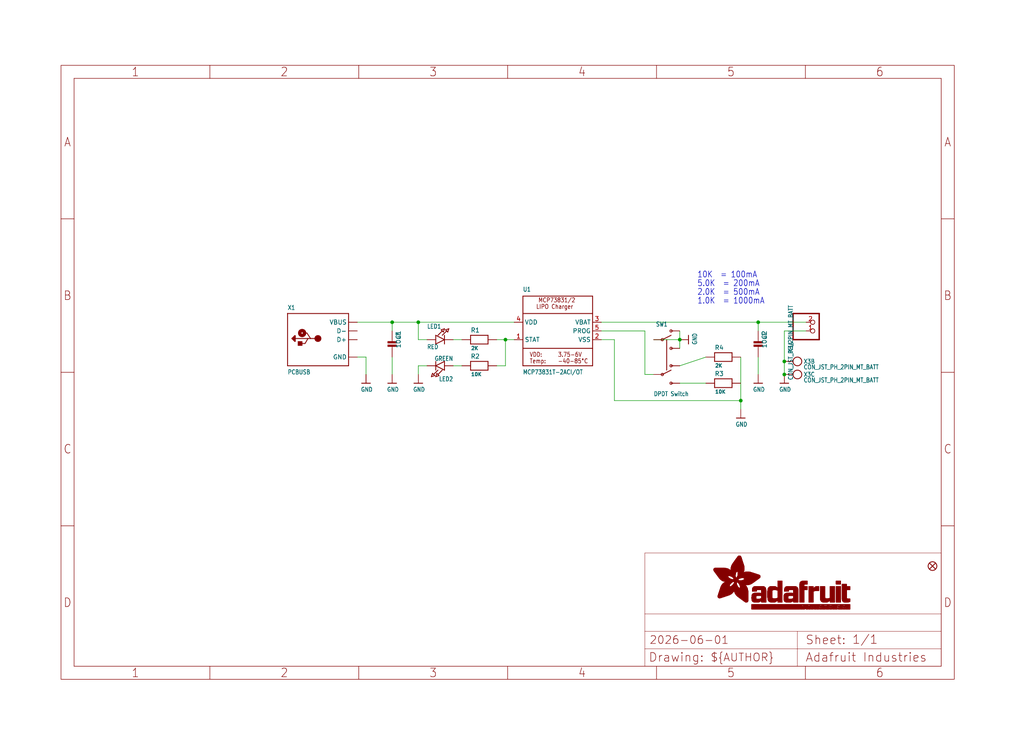
<source format=kicad_sch>
(kicad_sch (version 20230121) (generator eeschema)
  (paper "User" 298.45 217.322)
  (lib_symbols
    (symbol "working-eagle-import:CAP_CERAMIC0805-NOOUTLINE"
      (property "Reference" "C" (at -2.29 1.25 90))
      (symbol "CAP_CERAMIC0805-NOOUTLINE_1_0"
        (pin passive line (at 0 5.08 270) (length 2.54) (name "1") (number "1"))
        (pin passive line (at 0 -2.54 90) (length 2.54) (name "2") (number "2"))
      )
    )
    (symbol "working-eagle-import:CON_JST_PH_2PIN_MT_BATT"
      (property "Reference" "X" (at 0 5.588 90))
      (symbol "CON_JST_PH_2PIN_MT_BATT_1_0"
        (pin passive inverted (at -2.54 2.54 0) (length 2.54) (name "1") (number "1"))
        (pin passive inverted (at -2.54 0 0) (length 2.54) (name "2") (number "2"))
      )
      (symbol "CON_JST_PH_2PIN_MT_BATT_2_0"
        (pin bidirectional line (at 0 0 90) (length 2.54) (name "P$1") (number "NC2"))
      )
      (symbol "CON_JST_PH_2PIN_MT_BATT_3_0"
        (pin bidirectional line (at 0 0 90) (length 2.54) (name "P$1") (number "NC1"))
      )
    )
    (symbol "working-eagle-import:FIDUCIAL_1MM")
    (symbol "working-eagle-import:FRAME_A4_ADAFRUIT"
      (symbol "FRAME_A4_ADAFRUIT_1_0"
        (text "${#}/${##}" (at 230.505 10.16 0) (effects (font (size 2.54 2.54)) (justify left bottom)))
        (text "${AUTHOR}" (at 189.23 5.08 0) (effects (font (size 2.286 2.286)) (justify left bottom)))
        (text "${CURRENT_DATE}" (at 171.45 10.16 0) (effects (font (size 2.286 2.286)) (justify left bottom)))
        (text "${PROJECTNAME}" (at 171.45 15.24 0) (effects (font (size 2.54 2.54)) (justify left bottom)))
        (text "1" (at 21.6958 1.905 0) (effects (font (size 2.54 2.286))))
        (text "1" (at 21.6958 177.165 0) (effects (font (size 2.54 2.286))))
        (text "2" (at 65.0875 1.905 0) (effects (font (size 2.54 2.286))))
        (text "2" (at 65.0875 177.165 0) (effects (font (size 2.54 2.286))))
        (text "3" (at 108.4792 1.905 0) (effects (font (size 2.54 2.286))))
        (text "3" (at 108.4792 177.165 0) (effects (font (size 2.54 2.286))))
        (text "4" (at 151.8708 1.905 0) (effects (font (size 2.54 2.286))))
        (text "4" (at 151.8708 177.165 0) (effects (font (size 2.54 2.286))))
        (text "5" (at 195.2625 1.905 0) (effects (font (size 2.54 2.286))))
        (text "5" (at 195.2625 177.165 0) (effects (font (size 2.54 2.286))))
        (text "6" (at 238.6542 1.905 0) (effects (font (size 2.54 2.286))))
        (text "6" (at 238.6542 177.165 0) (effects (font (size 2.54 2.286))))
        (text "A" (at 1.905 156.6863 0) (effects (font (size 2.54 2.286))))
        (text "A" (at 258.445 156.6863 0) (effects (font (size 2.54 2.286))))
        (text "Adafruit Industries" (at 216.916 4.953 0) (effects (font (size 2.54 2.54)) (justify left bottom)))
        (text "B" (at 1.905 111.9188 0) (effects (font (size 2.54 2.286))))
        (text "B" (at 258.445 111.9188 0) (effects (font (size 2.54 2.286))))
        (text "C" (at 1.905 67.1513 0) (effects (font (size 2.54 2.286))))
        (text "C" (at 258.445 67.1513 0) (effects (font (size 2.54 2.286))))
        (text "D" (at 1.905 22.3838 0) (effects (font (size 2.54 2.286))))
        (text "D" (at 258.445 22.3838 0) (effects (font (size 2.54 2.286))))
        (text "Drawing:" (at 171.196 4.953 0) (effects (font (size 2.54 2.54)) (justify left bottom)))
        (text "Sheet:" (at 216.916 10.033 0) (effects (font (size 2.54 2.54)) (justify left bottom)))
      )
    )
    (symbol "working-eagle-import:GND" (power)
      (property "Value" "GND" (at -1.524 -2.54 0))
      (symbol "GND_1_0"
        (pin power_in line (at 0 2.54 270) (length 2.54) (name "GND") (number "1"))
      )
    )
    (symbol "working-eagle-import:LED0603_NOOUTLINE"
      (property "Reference" "D" (at -1.27 4.445 0))
      (symbol "LED0603_NOOUTLINE_1_0"
        (pin passive line (at -5.08 0 0) (length 2.54) (name "A") (number "A"))
        (pin passive line (at 2.54 0 180) (length 2.54) (name "C") (number "C"))
      )
    )
    (symbol "working-eagle-import:MCP73831/2"
      (property "Reference" "U" (at -10.16 11.43 0))
      (symbol "MCP73831/2_1_0"
        (text "-40-85°C" (at 0 -9.525 0) (effects (font (size 1.27 1.0795)) (justify left bottom)))
        (text "3.75-6V" (at 0 -7.62 0) (effects (font (size 1.27 1.0795)) (justify left bottom)))
        (text "LIPO Charger" (at -6.35 6.35 0) (effects (font (size 1.27 1.0795)) (justify left bottom)))
        (text "MCP73831/2" (at -5.715 8.255 0) (effects (font (size 1.27 1.0795)) (justify left bottom)))
        (text "Temp:" (at -8.255 -9.525 0) (effects (font (size 1.27 1.0795)) (justify left bottom)))
        (text "VDD:" (at -8.255 -7.62 0) (effects (font (size 1.27 1.0795)) (justify left bottom)))
        (pin output line (at -12.7 -2.54 0) (length 2.54) (name "STAT") (number "1"))
        (pin power_in line (at 12.7 -2.54 180) (length 2.54) (name "VSS") (number "2"))
        (pin power_in line (at 12.7 2.54 180) (length 2.54) (name "VBAT") (number "3"))
        (pin power_in line (at -12.7 2.54 0) (length 2.54) (name "VDD") (number "4"))
        (pin input line (at 12.7 0 180) (length 2.54) (name "PROG") (number "5"))
      )
    )
    (symbol "working-eagle-import:RESISTOR_0603_NOOUT"
      (property "Reference" "R" (at 0 2.54 0))
      (symbol "RESISTOR_0603_NOOUT_1_0"
        (pin passive line (at -5.08 0 0) (length 2.54) (name "1") (number "1"))
        (pin passive line (at 5.08 0 180) (length 2.54) (name "2") (number "2"))
      )
    )
    (symbol "working-eagle-import:SWITCH_DPDTEG1390"
      (property "Reference" "SW" (at -4.445 8.89 0))
      (symbol "SWITCH_DPDTEG1390_1_0"
        (pin passive line (at 2.54 7.62 180) (length 2.54) (name "O1") (number "O1"))
        (pin passive line (at 2.54 -2.54 180) (length 2.54) (name "O2") (number "O2"))
        (pin passive line (at -5.08 5.08 0) (length 2.54) (name "P1") (number "P1"))
        (pin passive line (at -5.08 -5.08 0) (length 2.54) (name "P2") (number "P2"))
        (pin passive line (at 2.54 2.54 180) (length 2.54) (name "S1") (number "S1"))
        (pin passive line (at 2.54 -7.62 180) (length 2.54) (name "S2") (number "S2"))
      )
    )
    (symbol "working-eagle-import:USB_TYPEAPCB"
      (property "Reference" "X" (at -10.16 8.636 0))
      (symbol "USB_TYPEAPCB_1_0"
        (pin power_in line (at 10.16 -5.08 180) (length 2.54) (name "GND") (number "GND"))
        (pin bidirectional line (at 10.16 2.54 180) (length 2.54) (name "D-") (number "USB_NEG"))
        (pin bidirectional line (at 10.16 0 180) (length 2.54) (name "D+") (number "USB_PLUS"))
        (pin power_in line (at 10.16 5.08 180) (length 2.54) (name "VBUS") (number "VCC"))
      )
    )
  )
  (junction (at 215.9 116.84))
  (junction (at 220.98 93.98))
  (junction (at 121.92 93.98))
  (junction (at 147.32 99.06))
  (junction (at 228.6 109.22))
  (junction (at 228.6 105.41))
  (junction (at 114.3 93.98))
  (junction (at 198.12 99.06))
  (wire (pts (xy 114.3 96.52) (xy 114.3 93.98)) (stroke (width 0.1524)))
  (wire (pts (xy 220.98 104.14) (xy 220.98 109.22)) (stroke (width 0.1524)))
  (wire (pts (xy 114.3 104.14) (xy 114.3 109.22)) (stroke (width 0.1524)))
  (wire (pts (xy 124.46 106.68) (xy 121.92 106.68)) (stroke (width 0.1524)))
  (wire (pts (xy 114.3 93.98) (xy 121.92 93.98)) (stroke (width 0.1524)))
  (wire (pts (xy 187.96 109.22) (xy 187.96 96.52)) (stroke (width 0.1524)))
  (wire (pts (xy 104.14 93.98) (xy 114.3 93.98)) (stroke (width 0.1524)))
  (wire (pts (xy 220.98 96.52) (xy 220.98 93.98)) (stroke (width 0.1524)))
  (wire (pts (xy 144.78 106.68) (xy 147.32 106.68)) (stroke (width 0.1524)))
  (wire (pts (xy 121.92 99.06) (xy 121.92 93.98)) (stroke (width 0.1524)))
  (wire (pts (xy 228.6 96.52) (xy 228.6 105.41)) (stroke (width 0.1524)))
  (wire (pts (xy 106.68 104.14) (xy 106.68 109.22)) (stroke (width 0.1524)))
  (wire (pts (xy 234.95 93.98) (xy 220.98 93.98)) (stroke (width 0.1524)))
  (wire (pts (xy 215.9 116.84) (xy 215.9 119.38)) (stroke (width 0.1524)))
  (wire (pts (xy 190.5 99.06) (xy 198.12 99.06)) (stroke (width 0.1524)))
  (wire (pts (xy 198.12 99.06) (xy 198.12 101.6)) (stroke (width 0.1524)))
  (wire (pts (xy 147.32 99.06) (xy 149.86 99.06)) (stroke (width 0.1524)))
  (wire (pts (xy 220.98 93.98) (xy 175.26 93.98)) (stroke (width 0.1524)))
  (wire (pts (xy 215.9 104.14) (xy 215.9 116.84)) (stroke (width 0.1524)))
  (wire (pts (xy 198.12 111.76) (xy 205.74 111.76)) (stroke (width 0.1524)))
  (wire (pts (xy 132.08 99.06) (xy 134.62 99.06)) (stroke (width 0.1524)))
  (wire (pts (xy 198.12 106.68) (xy 205.74 104.14)) (stroke (width 0.1524)))
  (wire (pts (xy 124.46 99.06) (xy 121.92 99.06)) (stroke (width 0.1524)))
  (wire (pts (xy 121.92 93.98) (xy 149.86 93.98)) (stroke (width 0.1524)))
  (wire (pts (xy 144.78 99.06) (xy 147.32 99.06)) (stroke (width 0.1524)))
  (wire (pts (xy 190.5 109.22) (xy 187.96 109.22)) (stroke (width 0.1524)))
  (wire (pts (xy 198.12 99.06) (xy 198.12 96.52)) (stroke (width 0.1524)))
  (wire (pts (xy 147.32 106.68) (xy 147.32 99.06)) (stroke (width 0.1524)))
  (wire (pts (xy 175.26 99.06) (xy 179.07 99.06)) (stroke (width 0.1524)))
  (wire (pts (xy 179.07 116.84) (xy 215.9 116.84)) (stroke (width 0.1524)))
  (wire (pts (xy 104.14 104.14) (xy 106.68 104.14)) (stroke (width 0.1524)))
  (wire (pts (xy 134.62 106.68) (xy 132.08 106.68)) (stroke (width 0.1524)))
  (wire (pts (xy 121.92 106.68) (xy 121.92 109.22)) (stroke (width 0.1524)))
  (wire (pts (xy 175.26 96.52) (xy 187.96 96.52)) (stroke (width 0.1524)))
  (wire (pts (xy 179.07 99.06) (xy 179.07 116.84)) (stroke (width 0.1524)))
  (wire (pts (xy 234.95 96.52) (xy 228.6 96.52)) (stroke (width 0.1524)))
  (wire (pts (xy 228.6 105.41) (xy 228.6 109.22)) (stroke (width 0.1524)))
  (text "5.0K  = 200mA" (at 203.2 83.82 0) (effects (font (size 1.778 1.5113)) (justify left bottom)))
  (text "2.0K  = 500mA" (at 203.2 86.36 0) (effects (font (size 1.778 1.5113)) (justify left bottom)))
  (text "1.0K  = 1000mA" (at 203.2 88.9 0) (effects (font (size 1.778 1.5113)) (justify left bottom)))
  (text "10K  = 100mA" (at 203.2 81.28 0) (effects (font (size 1.778 1.5113)) (justify left bottom)))
  (symbol (lib_id "working-eagle-import:RESISTOR_0603_NOOUT") (at 139.7 106.68 0) (unit 1)
    (property "Reference" "R2" (at 137.16 104.648 0) (effects (justify left bottom)))
    (property "Value" "10K" (at 137.16 109.855 0) (effects (font (size 1.016 1.016) bold) (justify left bottom)))
    (property "Footprint" "working:0603-NO" (effects hide))
  )
  (symbol (lib_id "working-eagle-import:USB_TYPEAPCB") (at 93.98 99.06 0) (unit 1)
    (property "Reference" "X1" (at 83.82 90.424 0) (effects (font (size 1.27 1.0795)) (justify left bottom)))
    (property "Value" "PCBUSB" (at 83.82 109.22 0) (effects (font (size 1.27 1.0795)) (justify left bottom)))
    (property "Footprint" "working:USBA_PCB" (effects hide))
  )
  (symbol (lib_id "working-eagle-import:RESISTOR_0603_NOOUT") (at 139.7 99.06 0) (unit 1)
    (property "Reference" "R1" (at 137.16 97.028 0) (effects (justify left bottom)))
    (property "Value" "2K" (at 137.16 102.235 0) (effects (font (size 1.016 1.016) bold) (justify left bottom)))
    (property "Footprint" "working:0603-NO" (effects hide))
  )
  (symbol (lib_id "working-eagle-import:CAP_CERAMIC0805-NOOUTLINE") (at 220.98 101.6 0) (unit 1)
    (property "Reference" "C2" (at 223.52 99.06 90) (effects (justify left bottom)))
    (property "Value" "10uF" (at 223.52 101.6 90) (effects (justify left bottom)))
    (property "Footprint" "working:0805-NO" (effects hide))
  )
  (symbol (lib_id "working-eagle-import:GND") (at 200.66 99.06 90) (unit 1)
    (property "Reference" "#U$10" (effects hide))
    (property "Value" "GND" (at 203.2 100.584 0) (effects (font (size 1.27 1.0795)) (justify left bottom)))
  )
  (symbol (lib_id "working-eagle-import:FRAME_A4_ADAFRUIT") (at 17.78 198.12 0) (unit 1)
    (property "Reference" "#U$1" (effects hide))
    (property "Value" "FRAME_A4_ADAFRUIT" (effects hide))
  )
  (symbol (lib_id "working-eagle-import:GND") (at 220.98 111.76 0) (unit 1)
    (property "Reference" "#U$5" (effects hide))
    (property "Value" "GND" (at 219.456 114.3 0) (effects (font (size 1.27 1.0795)) (justify left bottom)))
  )
  (symbol (lib_id "working-eagle-import:CON_JST_PH_2PIN_MT_BATT") (at 228.6 105.41 270) (unit 2)
    (property "Reference" "X3" (at 234.188 105.41 90) (effects (font (size 1.27 1.0795)) (justify left)))
    (property "Value" "CON_JST_PH_2PIN_MT_BATT" (at 234.188 107.061 90) (effects (font (size 1.27 1.0795)) (justify left)))
    (property "Footprint" "working:JSTPH2_BATT" (effects hide))
  )
  (symbol (lib_id "working-eagle-import:RESISTOR_0603_NOOUT") (at 210.82 111.76 0) (unit 1)
    (property "Reference" "R3" (at 208.28 109.728 0) (effects (justify left bottom)))
    (property "Value" "10K" (at 208.28 114.935 0) (effects (font (size 1.016 1.016) bold) (justify left bottom)))
    (property "Footprint" "working:0603-NO" (effects hide))
  )
  (symbol (lib_id "working-eagle-import:GND") (at 215.9 121.92 0) (unit 1)
    (property "Reference" "#U$6" (effects hide))
    (property "Value" "GND" (at 214.376 124.46 0) (effects (font (size 1.27 1.0795)) (justify left bottom)))
  )
  (symbol (lib_id "working-eagle-import:LED0603_NOOUTLINE") (at 129.54 99.06 0) (unit 1)
    (property "Reference" "LED1" (at 124.46 95.885 0) (effects (font (size 1.27 1.0795)) (justify left bottom)))
    (property "Value" "RED" (at 124.46 101.854 0) (effects (font (size 1.27 1.0795)) (justify left bottom)))
    (property "Footprint" "working:CHIPLED_0603_NOOUTLINE" (effects hide))
  )
  (symbol (lib_id "working-eagle-import:RESISTOR_0603_NOOUT") (at 210.82 104.14 0) (unit 1)
    (property "Reference" "R4" (at 208.28 102.108 0) (effects (justify left bottom)))
    (property "Value" "2K" (at 208.28 107.315 0) (effects (font (size 1.016 1.016) bold) (justify left bottom)))
    (property "Footprint" "working:0603-NO" (effects hide))
  )
  (symbol (lib_id "working-eagle-import:CON_JST_PH_2PIN_MT_BATT") (at 228.6 109.22 270) (unit 3)
    (property "Reference" "X3" (at 234.188 109.22 90) (effects (font (size 1.27 1.0795)) (justify left)))
    (property "Value" "CON_JST_PH_2PIN_MT_BATT" (at 234.188 110.871 90) (effects (font (size 1.27 1.0795)) (justify left)))
    (property "Footprint" "working:JSTPH2_BATT" (effects hide))
  )
  (symbol (lib_id "working-eagle-import:CON_JST_PH_2PIN_MT_BATT") (at 237.49 93.98 0) (mirror x) (unit 1)
    (property "Reference" "X3" (at 231.14 99.695 90) (effects (font (size 1.27 1.0795)) (justify left bottom)))
    (property "Value" "CON_JST_PH_2PIN_MT_BATT" (at 231.14 88.9 90) (effects (font (size 1.27 1.0795)) (justify left bottom)))
    (property "Footprint" "working:JSTPH2_BATT" (effects hide))
  )
  (symbol (lib_id "working-eagle-import:SWITCH_DPDTEG1390") (at 195.58 104.14 0) (unit 1)
    (property "Reference" "SW1" (at 191.135 95.25 0) (effects (font (size 1.27 1.0795)) (justify left bottom)))
    (property "Value" "DPDT Switch" (at 190.5 115.57 0) (effects (font (size 1.27 1.0795)) (justify left bottom)))
    (property "Footprint" "working:EG1390" (effects hide))
  )
  (symbol (lib_id "working-eagle-import:FIDUCIAL_1MM") (at 271.78 165.1 0) (unit 1)
    (property "Reference" "FID1" (effects hide))
    (property "Value" "FIDUCIAL_1MM" (effects hide))
    (property "Footprint" "working:FIDUCIAL_1MM" (effects hide))
  )
  (symbol (lib_id "working-eagle-import:MCP73831/2") (at 162.56 96.52 0) (unit 1)
    (property "Reference" "U1" (at 152.4 85.09 0) (effects (font (size 1.27 1.0795)) (justify left bottom)))
    (property "Value" "MCP73831T-2ACI/OT" (at 152.4 109.22 0) (effects (font (size 1.27 1.0795)) (justify left bottom)))
    (property "Footprint" "working:SOT23-5" (effects hide))
  )
  (symbol (lib_id "working-eagle-import:GND") (at 228.6 111.76 0) (unit 1)
    (property "Reference" "#U$4" (effects hide))
    (property "Value" "GND" (at 227.076 114.3 0) (effects (font (size 1.27 1.0795)) (justify left bottom)))
  )
  (symbol (lib_id "working-eagle-import:LED0603_NOOUTLINE") (at 127 106.68 180) (unit 1)
    (property "Reference" "LED2" (at 132.08 109.855 0) (effects (font (size 1.27 1.0795)) (justify left bottom)))
    (property "Value" "GREEN" (at 132.08 103.886 0) (effects (font (size 1.27 1.0795)) (justify left bottom)))
    (property "Footprint" "working:CHIPLED_0603_NOOUTLINE" (effects hide))
  )
  (symbol (lib_id "working-eagle-import:CAP_CERAMIC0805-NOOUTLINE") (at 114.3 101.6 0) (unit 1)
    (property "Reference" "C1" (at 116.84 99.06 90) (effects (justify left bottom)))
    (property "Value" "10uF" (at 116.84 101.6 90) (effects (justify left bottom)))
    (property "Footprint" "working:0805-NO" (effects hide))
  )
  (symbol (lib_id "working-eagle-import:GND") (at 114.3 111.76 0) (unit 1)
    (property "Reference" "#U$3" (effects hide))
    (property "Value" "GND" (at 112.776 114.3 0) (effects (font (size 1.27 1.0795)) (justify left bottom)))
  )
  (symbol (lib_id "working-eagle-import:GND") (at 106.68 111.76 0) (unit 1)
    (property "Reference" "#U$2" (effects hide))
    (property "Value" "GND" (at 105.156 114.3 0) (effects (font (size 1.27 1.0795)) (justify left bottom)))
  )
  (symbol (lib_id "working-eagle-import:GND") (at 121.92 111.76 0) (unit 1)
    (property "Reference" "#U$7" (effects hide))
    (property "Value" "GND" (at 120.396 114.3 0) (effects (font (size 1.27 1.0795)) (justify left bottom)))
  )
)
</source>
